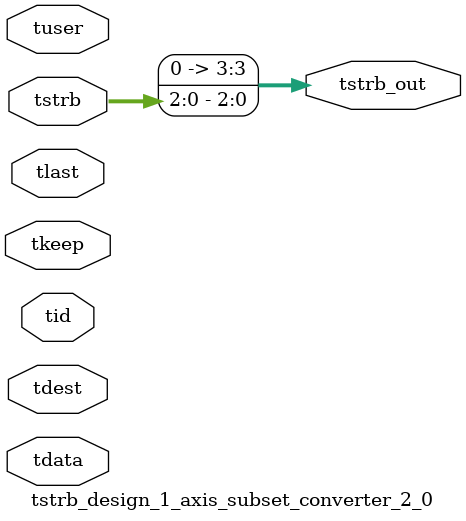
<source format=v>


`timescale 1ps/1ps

module tstrb_design_1_axis_subset_converter_2_0 #
(
parameter C_S_AXIS_TDATA_WIDTH = 32,
parameter C_S_AXIS_TUSER_WIDTH = 0,
parameter C_S_AXIS_TID_WIDTH   = 0,
parameter C_S_AXIS_TDEST_WIDTH = 0,
parameter C_M_AXIS_TDATA_WIDTH = 32
)
(
input  [(C_S_AXIS_TDATA_WIDTH == 0 ? 1 : C_S_AXIS_TDATA_WIDTH)-1:0     ] tdata,
input  [(C_S_AXIS_TUSER_WIDTH == 0 ? 1 : C_S_AXIS_TUSER_WIDTH)-1:0     ] tuser,
input  [(C_S_AXIS_TID_WIDTH   == 0 ? 1 : C_S_AXIS_TID_WIDTH)-1:0       ] tid,
input  [(C_S_AXIS_TDEST_WIDTH == 0 ? 1 : C_S_AXIS_TDEST_WIDTH)-1:0     ] tdest,
input  [(C_S_AXIS_TDATA_WIDTH/8)-1:0 ] tkeep,
input  [(C_S_AXIS_TDATA_WIDTH/8)-1:0 ] tstrb,
input                                                                    tlast,
output [(C_M_AXIS_TDATA_WIDTH/8)-1:0 ] tstrb_out
);

assign tstrb_out = {tstrb[2:0]};

endmodule


</source>
